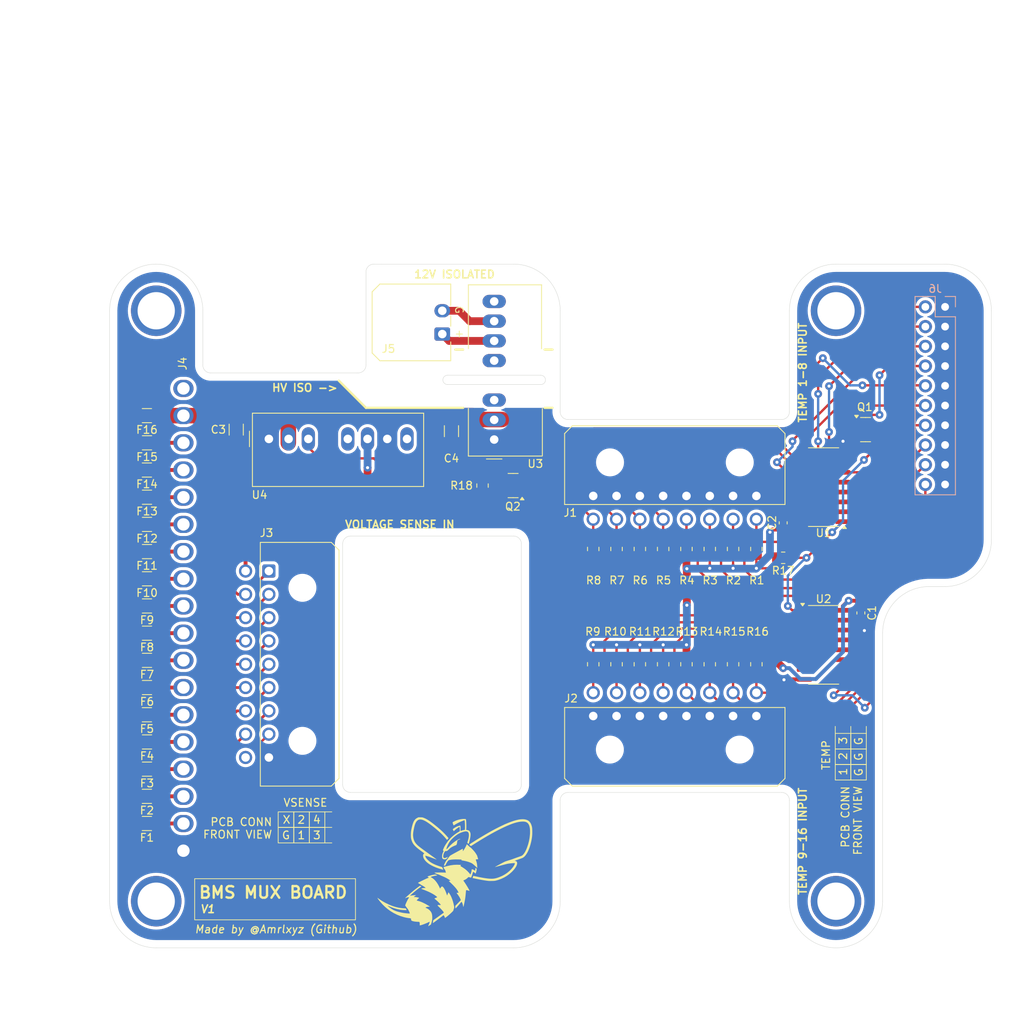
<source format=kicad_pcb>
(kicad_pcb (version 20240108) (generator "pcbnew") (generator_version "8.0")
  (layers (0 "F.Cu" signal) (31 "B.Cu" signal) (34 "B.Paste" user) (35 "F.Paste" user) (36 "B.SilkS" user "B.Silkscreen") (37 "F.SilkS" user "F.Silkscreen") (38 "B.Mask" user) (39 "F.Mask" user) (44 "Edge.Cuts" user))
  (net 0 "")
  (net 1 "GND")
  (net 2 "+3V3")
  (net 3 "+V_BAT")
  (net 4 "/BATT_16")
  (net 5 "Net-(J4-Pin_16)")
  (net 6 "/BATT_15")
  (net 7 "Net-(J4-Pin_15)")
  (net 8 "/BATT_14")
  (net 9 "Net-(J4-Pin_14)")
  (net 10 "/BATT_13")
  (net 11 "Net-(J4-Pin_13)")
  (net 12 "/BATT_12")
  (net 13 "/BATT_11")
  (net 14 "Net-(J4-Pin_12)")
  (net 15 "Net-(J4-Pin_11)")
  (net 16 "/BATT_10")
  (net 17 "Net-(J4-Pin_10)")
  (net 18 "/BATT_9")
  (net 19 "Net-(J4-Pin_9)")
  (net 20 "/BATT_8")
  (net 21 "Net-(J4-Pin_8)")
  (net 22 "/BATT_7")
  (net 23 "Net-(J4-Pin_7)")
  (net 24 "/BATT_6")
  (net 25 "Net-(J4-Pin_6)")
  (net 26 "/BATT_5")
  (net 27 "Net-(J4-Pin_5)")
  (net 28 "/BATT_4")
  (net 29 "/BATT_3")
  (net 30 "Net-(J4-Pin_4)")
  (net 31 "/BATT_2")
  (net 32 "Net-(J4-Pin_3)")
  (net 33 "Net-(J4-Pin_2)")
  (net 34 "/BATT_1")
  (net 35 "/SENS_8")
  (net 36 "/SENS_7")
  (net 37 "/SENS_6")
  (net 38 "/SENS_3")
  (net 39 "/SENS_5")
  (net 40 "/SENS_1")
  (net 41 "/SENS_4")
  (net 42 "/SENS_2")
  (net 43 "/SENS_14")
  (net 44 "/SENS_16")
  (net 45 "/SENS_12")
  (net 46 "/SENS_13")
  (net 47 "/SENS_15")
  (net 48 "/SENS_11")
  (net 49 "/SENS_9")
  (net 50 "/SENS_10")
  (net 51 "/GND_ISO")
  (net 52 "/+12V_ISO")
  (net 53 "/GPIO3_ADC")
  (net 54 "/GPIO9_ADC")
  (net 55 "/GPIO7_ADC")
  (net 56 "/GPIO2_ADC")
  (net 57 "/GPIO8_ADC")
  (net 58 "/GPIO5_EN")
  (net 59 "/GPIO4_SW")
  (net 60 "/GPIO6_ADC")
  (net 61 "/GPIO1_ADC")
  (net 62 "/GPIO10_ADC")
  (net 63 "/MUX_SW")
  (net 64 "/EN_SIG")
  (footprint "Resistor_SMD:R_0805_2012Metric" (layer "F.Cu") (at 132.75 101 90)
    (property "Reference" "R11")
    (property "Value" "680R")
  )
  (footprint "Capacitor_SMD:C_1206_3216Metric_Pad1.33x1.80mm_HandSolder" (layer "F.Cu") (at 108.5 71 -90)
    (property "Reference" "C4")
    (property "Value" "2.2u")
  )
  (footprint "Fuse:Fuse_1206_3216Metric_Pad1.42x1.75mm_HandSolder" (layer "F.Cu") (at 69.3 69 180)
    (property "Reference" "F16")
    (property "Value" "Fuse")
  )
  (footprint "Fuse:Fuse_1206_3216Metric_Pad1.42x1.75mm_HandSolder" (layer "F.Cu") (at 69.3125 83 180)
    (property "Reference" "F12")
    (property "Value" "Fuse")
  )
  (footprint "Fuse:Fuse_1206_3216Metric_Pad1.42x1.75mm_HandSolder" (layer "F.Cu") (at 69.3 118 180)
    (property "Reference" "F2")
    (property "Value" "Fuse")
  )
  (footprint "BMS-Mux-footprints:Mounting_Hole" (layer "F.Cu") (at 70.5 131.5)
    (property "Reference" "H4" (hide yes))
    (property "Value" "MountingHole_Pad")
  )
  (footprint "Fuse:Fuse_1206_3216Metric_Pad1.42x1.75mm_HandSolder" (layer "F.Cu") (at 69.3125 114.5 180)
    (property "Reference" "F3")
    (property "Value" "Fuse")
  )
  (footprint "BMS-Mux-footprints:Mounting_Hole" (layer "F.Cu") (at 158 55.5)
    (property "Reference" "H1" (hide yes))
    (property "Value" "MountingHole_Pad")
  )
  (footprint "Resistor_SMD:R_0805_2012Metric" (layer "F.Cu") (at 151.2 87.3 180)
    (property "Reference" "R17")
    (property "Value" "16k")
  )
  (footprint "BMS-Mux-footprints:Molex_Micro-Fit_3.0_43650-0200_1x02_P3.00mm_Horizontal" (layer "F.Cu") (at 107.32 58.5 90)
    (property "Reference" "J5")
    (property "Value" "Conn_01x02")
  )
  (footprint "Resistor_SMD:R_0805_2012Metric" (layer "F.Cu") (at 132.75 86.1625 -90)
    (property "Reference" "R6")
    (property "Value" "680R")
  )
  (footprint "Resistor_SMD:R_0805_2012Metric" (layer "F.Cu") (at 138.75 101 90)
    (property "Reference" "R13")
    (property "Value" "680R")
  )
  (footprint "Fuse:Fuse_1206_3216Metric_Pad1.42x1.75mm_HandSolder" (layer "F.Cu") (at 69.3125 111 180)
    (property "Reference" "F4")
    (property "Value" "Fuse")
  )
  (footprint "Converter_DCDC:Converter_DCDC_TRACO_TMR-xxxx_THT" (layer "F.Cu") (at 85 72)
    (property "Reference" "U4")
    (property "Value" "TEC2-4810WI")
  )
  (footprint "Fuse:Fuse_1206_3216Metric_Pad1.42x1.75mm_HandSolder" (layer "F.Cu") (at 69.3125 86.5 180)
    (property "Reference" "F11")
    (property "Value" "Fuse")
  )
  (footprint "Fuse:Fuse_1206_3216Metric_Pad1.42x1.75mm_HandSolder" (layer "F.Cu") (at 69.3125 72.5 180)
    (property "Reference" "F15")
    (property "Value" "Fuse")
  )
  (footprint "Fuse:Fuse_1206_3216Metric_Pad1.42x1.75mm_HandSolder" (layer "F.Cu") (at 69.3 76 180)
    (property "Reference" "F14")
    (property "Value" "Fuse")
  )
  (footprint "Package_TO_SOT_SMD:SOT-23" (layer "F.Cu") (at 116.4375 78 180)
    (property "Reference" "Q2")
    (property "Value" "BSS123")
  )
  (footprint "Fuse:Fuse_1206_3216Metric_Pad1.42x1.75mm_HandSolder" (layer "F.Cu") (at 69.3125 93.5 180)
    (property "Reference" "F9")
    (property "Value" "Fuse")
  )
  (footprint "Resistor_SMD:R_0805_2012Metric" (layer "F.Cu") (at 126.75 86.1625 -90)
    (property "Reference" "R8")
    (property "Value" "680R")
  )
  (footprint "Resistor_SMD:R_0805_2012Metric" (layer "F.Cu") (at 147.75 86.1625 -90)
    (property "Reference" "R1")
    (property "Value" "680R")
  )
  (footprint "BMS-Mux-footprints:Molex_Micro-Fit_3.0_43045-1600_2x08_P3.00mm_Horizontal" (layer "F.Cu") (at 147.75 107.665 180)
    (property "Reference" "J2")
    (property "Value" "Conn_02x08_Counter_Clockwise")
  )
  (footprint "Package_TO_SOT_SMD:SOT-23" (layer "F.Cu") (at 161.8 70.8)
    (property "Reference" "Q1")
    (property "Value" "BSS123")
  )
  (footprint "Resistor_SMD:R_0805_2012Metric" (layer "F.Cu") (at 112.5 78 90)
    (property "Reference" "R18")
    (property "Value" "16k")
  )
  (footprint "Converter_DCDC:Converter_DCDC_TRACO_TMR-xxxx_THT" (layer "F.Cu") (at 114 72.08 90)
    (property "Reference" "U3")
    (property "Value" "TEC2-4812WI")
  )
  (footprint "Capacitor_SMD:C_1206_3216Metric_Pad1.33x1.80mm_HandSolder" (layer "F.Cu") (at 80.8 70.8 -90)
    (property "Reference" "C3")
    (property "Value" "2.2u")
  )
  (footprint "Connector_Wago:Wago_734-148_1x18_P3.50mm_Vertical" (layer "F.Cu") (at 74 125 90)
    (property "Reference" "J4")
    (property "Value" "Conn_01x18")
  )
  (footprint "Resistor_SMD:R_0805_2012Metric" (layer "F.Cu") (at 129.75 86.1625 -90)
    (property "Reference" "R7")
    (property "Value" "680R")
  )
  (footprint "BMS-Mux-footprints:Molex_Micro-Fit_3.0_43045-1600_2x08_P3.00mm_Horizontal" (layer "F.Cu") (at 126.75 79.335)
    (property "Reference" "J1")
    (property "Value" "Conn_02x08_Counter_Clockwise")
  )
  (footprint "Package_SO:SOIC-16_3.9x9.9mm_P1.27mm" (layer "F.Cu") (at 156.4 98.5)
    (property "Reference" "U2")
    (property "Value" "74CBTLV3257")
  )
  (footprint "Resistor_SMD:R_0805_2012Metric" (layer "F.Cu") (at 126.75 101 90)
    (property "Reference" "R9")
    (property "Value" "680R")
  )
  (footprint "Resistor_SMD:R_0805_2012Metric" (layer "F.Cu") (at 144.75 86.1625 -90)
    (property "Reference" "R2")
    (property "Value" "680R")
  )
  (footprint "Capacitor_SMD:C_0603_1608Metric_Pad1.08x0.95mm_HandSolder" (layer "F.Cu") (at 161.2 94.4 -90)
    (property "Reference" "C1")
    (property "Value" "100n")
  )
  (footprint "Resistor_SMD:R_0805_2012Metric" (layer "F.Cu") (at 144.75 101 90)
    (property "Reference" "R15")
    (property "Value" "680R")
  )
  (footprint "Fuse:Fuse_1206_3216Metric_Pad1.42x1.75mm_HandSolder" (layer "F.Cu") (at 69.3125 79.5 180)
    (property "Reference" "F13")
    (property "Value" "Fuse")
  )
  (footprint "BMS-Mux-footprints:Mounting_Hole" (layer "F.Cu") (at 158 131.5)
    (property "Reference" "H3" (hide yes))
    (property "Value" "MountingHole_Pad")
  )
  (footprint "Resistor_SMD:R_0805_2012Metric" (layer "F.Cu") (at 147.75 101 90)
    (property "Reference" "R16")
    (property "Value" "680R")
  )
  (footprint "BMS-Mux-footprints:Molex_Micro-Fit_3.0_43045-1800_2x09_P3.00mm_Horizontal" (layer "F.Cu") (at 85 89 -90)
    (property "Reference" "J3")
    (property "Value" "Conn_02x09_Top_Bottom")
  )
  (footprint "Resistor_SMD:R_0805_2012Metric" (layer "F.Cu") (at 141.75 101 90)
    (property "Reference" "R14")
    (property "Value" "680R")
  )
  (footprint "Resistor_SMD:R_0805_2012Metric" (layer "F.Cu") (at 141.75 86.1625 -90)
    (property "Reference" "R3")
    (property "Value" "680R")
  )
  (footprint "Fuse:Fuse_1206_3216Metric_Pad1.42x1.75mm_HandSolder" (layer "F.Cu") (at 69.3125 97 180)
    (property "Reference" "F8")
    (property "Value" "Fuse")
  )
  (footprint "Package_SO:SOIC-16_3.9x9.9mm_P1.27mm" (layer "F.Cu") (at 156.4 78.2 180)
    (property "Reference" "U1")
    (property "Value" "74CBTLV3257")
  )
  (footprint "Resistor_SMD:R_0805_2012Metric" (layer "F.Cu") (at 129.75 101 90)
    (property "Reference" "R10")
    (property "Value" "680R")
  )
  (footprint "Resistor_SMD:R_0805_2012Metric" (layer "F.Cu") (at 138.75 86.1625 -90)
    (property "Reference" "R4")
    (property "Value" "680R")
  )
  (footprint "Resistor_SMD:R_0805_2012Metric" (layer "F.Cu") (at 135.75 101 90)
    (property "Reference" "R12")
    (property "Value" "680R")
  )
  (footprint "Fuse:Fuse_1206_3216Metric_Pad1.42x1.75mm_HandSolder" (layer "F.Cu") (at 69.3 121.5 180)
    (property "Reference" "F1")
    (property "Value" "Fuse")
  )
  (footprint "Capacitor_SMD:C_0603_1608Metric_Pad1.08x0.95mm_HandSolder" (layer "F.Cu") (at 151.2 82.8 90)
    (property "Reference" "C2")
    (property "Value" "100n")
  )
  (footprint "BMS-Mux-footprints:Mounting_Hole" (layer "F.Cu") (at 70.5 55.5)
    (property "Reference" "H2" (hide yes))
    (property "Value" "MountingHole_Pad")
  )
  (footprint "Fuse:Fuse_1206_3216Metric_Pad1.42x1.75mm_HandSolder" (layer "F.Cu") (at 69.3125 100.5 180)
    (property "Reference" "F7")
    (property "Value" "Fuse")
  )
  (footprint "Fuse:Fuse_1206_3216Metric_Pad1.42x1.75mm_HandSolder" (layer "F.Cu") (at 69.3125 90 180)
    (property "Reference" "F10")
    (property "Value" "Fuse")
  )
  (footprint "LOGO" (layer "F.Cu") (at 108.9 127.7)
    (property "Reference" "G***" (hide yes))
    (property "Value" "LOGO" (hide yes))
  )
  (footprint "Fuse:Fuse_1206_3216Metric_Pad1.42x1.75mm_HandSolder" (layer "F.Cu") (at 69.3 107.5 180)
    (property "Reference" "F5")
    (property "Value" "Fuse")
  )
  (footprint "Resistor_SMD:R_0805_2012Metric" (layer "F.Cu") (at 135.75 86.1625 -90)
    (property "Reference" "R5")
    (property "Value" "680R")
  )
  (footprint "Fuse:Fuse_1206_3216Metric_Pad1.42x1.75mm_HandSolder" (layer "F.Cu") (at 69.3125 104 180)
    (property "Reference" "F6")
    (property "Value" "Fuse")
  )
  (footprint "Connector_PinHeader_2.54mm:PinHeader_2x10_P2.54mm_Vertical" (layer "B.Cu") (at 172.04 55 180)
    (property "Reference" "J6")
    (property "Value" "Conn_02x10_Odd_Even")
  )
  (gr_line (start 161.9 109.9) (end 161.9 109) (stroke (width 0.1)) (layer "F.SilkS"))
  (gr_line (start 159.9 109.9) (end 159.9 109) (stroke (width 0.1)) (layer "F.SilkS"))
  (gr_rect (start 157.9 113.9) (end 159.9 115.9) (stroke (width 0.1)) (fill none) (layer "F.SilkS"))
  (gr_rect (start 90.2 120) (end 92.2 122) (stroke (width 0.1)) (fill none) (layer "F.SilkS"))
  (gr_line (start 157.9 109.9) (end 157.9 109) (stroke (width 0.1)) (layer "F.SilkS"))
  (gr_rect (start 75.45 128.6) (end 96.15 133.9) (stroke (width 0.1)) (fill none) (layer "F.SilkS"))
  (gr_line (start 120.5 60.5) (end 121.5 60.5) (stroke (width 0.3)) (layer "F.SilkS"))
  (gr_line (start 94 64.5) (end 97.5 68) (stroke (width 0.3)) (layer "F.SilkS"))
  (gr_rect (start 159.9 111.9) (end 161.9 113.9) (stroke (width 0.1)) (fill none) (layer "F.SilkS"))
  (gr_line (start 92.2 124) (end 93.1 124) (stroke (width 0.1)) (layer "F.SilkS"))
  (gr_rect (start 159.9 113.9) (end 161.9 115.9) (stroke (width 0.1)) (fill none) (layer "F.SilkS"))
  (gr_line (start 97.5 68) (end 110 68) (stroke (width 0.3)) (layer "F.SilkS"))
  (gr_rect (start 86.2 122) (end 88.2 124) (stroke (width 0.1)) (fill none) (layer "F.SilkS"))
  (gr_rect (start 90.2 122) (end 92.2 124) (stroke (width 0.1)) (fill none) (layer "F.SilkS"))
  (gr_rect (start 88.2 122) (end 90.2 124) (stroke (width 0.1)) (fill none) (layer "F.SilkS"))
  (gr_rect (start 157.9 109.9) (end 159.9 111.9) (stroke (width 0.1)) (fill none) (layer "F.SilkS"))
  (gr_line (start 92.2 122) (end 93.1 122) (stroke (width 0.1)) (layer "F.SilkS"))
  (gr_rect (start 157.9 111.9) (end 159.9 113.9) (stroke (width 0.1)) (fill none) (layer "F.SilkS"))
  (gr_rect (start 88.2 120) (end 90.2 122) (stroke (width 0.1)) (fill none) (layer "F.SilkS"))
  (gr_rect (start 86.2 120) (end 88.2 122) (stroke (width 0.1)) (fill none) (layer "F.SilkS"))
  (gr_line (start 109 60.5) (end 110 60.5) (stroke (width 0.3)) (layer "F.SilkS"))
  (gr_line (start 92.2 120) (end 93.1 120) (stroke (width 0.1)) (layer "F.SilkS"))
  (gr_line (start 120.5 68) (end 121.5 68) (stroke (width 0.3)) (layer "F.SilkS"))
  (gr_rect (start 159.9 109.9) (end 161.9 111.9) (stroke (width 0.1)) (fill none) (layer "F.SilkS"))
  (gr_arc (start 120 63.8) (mid 120.6 64.4) (end 120 65) (stroke (width 0.05)) (layer "Edge.Cuts"))
  (gr_arc (start 77.5 63.5) (mid 76.792893 63.207107) (end 76.5 62.5) (stroke (width 0.05)) (layer "Edge.Cuts"))
  (gr_line (start 108 65) (end 120 65) (stroke (width 0.05)) (layer "Edge.Cuts"))
  (gr_line (start 117.5 85.5) (end 117.5 116.5) (stroke (width 0.05)) (layer "Edge.Cuts"))
  (gr_arc (start 70.5 137.5) (mid 66.257359 135.742641) (end 64.5 131.5) (stroke (width 0.05)) (layer "Edge.Cuts"))
  (gr_arc (start 95.5 117.5) (mid 94.792893 117.207107) (end 94.5 116.5) (stroke (width 0.05)) (layer "Edge.Cuts"))
  (gr_arc (start 164 131.5) (mid 158 137.5) (end 152 131.5) (stroke (width 0.05)) (layer "Edge.Cuts"))
  (gr_arc (start 122.5 131.5) (mid 120.742641 135.742641) (end 116.5 137.5) (stroke (width 0.05)) (layer "Edge.Cuts"))
  (gr_arc (start 178 85) (mid 176.242641 89.242641) (end 172 91) (stroke (width 0.05)) (layer "Edge.Cuts"))
  (gr_arc (start 122.5 118.5) (mid 122.792893 117.792893) (end 123.5 117.5) (stroke (width 0.05)) (layer "Edge.Cuts"))
  (gr_line (start 64.5 55.5) (end 64.5 131.5) (stroke (width 0.05)) (layer "Edge.Cuts"))
  (gr_line (start 172 49.5) (end 158 49.5) (stroke (width 0.05)) (layer "Edge.Cuts"))
  (gr_arc (start 70.5 49.5) (mid 74.742641 51.257359) (end 76.5 55.5) (stroke (width 0.05)) (layer "Edge.Cuts"))
  (gr_arc (start 97.5 62.5) (mid 97.207107 63.207107) (end 96.5 63.5) (stroke (width 0.05)) (layer "Edge.Cuts"))
  (gr_arc (start 152 68.5) (mid 151.707107 69.207107) (end 151 69.5) (stroke (width 0.05)) (layer "Edge.Cuts"))
  (gr_line (start 116.5 117.5) (end 95.5 117.5) (stroke (width 0.05)) (layer "Edge.Cuts"))
  (gr_line (start 151 117.5) (end 123.5 117.5) (stroke (width 0.05)) (layer "Edge.Cuts"))
  (gr_arc (start 123.5 69.5) (mid 122.792893 69.207107) (end 122.5 68.5) (stroke (width 0.05)) (layer "Edge.Cuts"))
  (gr_line (start 94.5 116.5) (end 94.5 85.5) (stroke (width 0.05)) (layer "Edge.Cuts"))
  (gr_arc (start 108 65) (mid 107.4 64.4) (end 108 63.8) (stroke (width 0.05)) (layer "Edge.Cuts"))
  (gr_arc (start 172 49.5) (mid 176.242641 51.257359) (end 178 55.5) (stroke (width 0.05)) (layer "Edge.Cuts"))
  (gr_line (start 95.5 84.5) (end 116.5 84.5) (stroke (width 0.05)) (layer "Edge.Cuts"))
  (gr_line (start 116.5 49.5) (end 99.5 49.5) (stroke (width 0.05)) (layer "Edge.Cuts"))
  (gr_arc (start 116.5 49.5) (mid 120.742641 51.257359) (end 122.5 55.5) (stroke (width 0.05)) (layer "Edge.Cuts"))
  (gr_line (start 70.5 137.5) (end 116.5 137.5) (stroke (width 0.05)) (layer "Edge.Cuts"))
  (gr_arc (start 64.5 55.5) (mid 66.257359 51.257359) (end 70.5 49.5) (stroke (width 0.05)) (layer "Edge.Cuts"))
  (gr_line (start 77.5 63.5) (end 96.5 63.5) (stroke (width 0.05)) (layer "Edge.Cuts"))
  (gr_arc (start 117.5 116.5) (mid 117.207107 117.207107) (end 116.5 117.5) (stroke (width 0.05)) (layer "Edge.Cuts"))
  (gr_line (start 122.5 68.5) (end 122.5 55.5) (stroke (width 0.05)) (layer "Edge.Cuts"))
  (gr_line (start 152 131.5) (end 152 118.5) (stroke (width 0.05)) (layer "Edge.Cuts"))
  (gr_arc (start 152 55.5) (mid 153.757359 51.257359) (end 158 49.5) (stroke (width 0.05)) (layer "Edge.Cuts"))
  (gr_arc (start 97.5 50.5) (mid 97.792893 49.792893) (end 98.5 49.5) (stroke (width 0.05)) (layer "Edge.Cuts"))
  (gr_line (start 76.5 55.5) (end 76.5 62.5) (stroke (width 0.05)) (layer "Edge.Cuts"))
  (gr_line (start 122.5 131.5) (end 122.5 118.5) (stroke (width 0.05)) (layer "Edge.Cuts"))
  (gr_line (start 178 85) (end 178 55.5) (stroke (width 0.05)) (layer "Edge.Cuts"))
  (gr_line (start 151 69.5) (end 123.5 69.5) (stroke (width 0.05)) (layer "Edge.Cuts"))
  (gr_line (start 164 131.5) (end 164 97) (stroke (width 0.05)) (layer "Edge.Cuts"))
  (gr_arc (start 94.5 85.5) (mid 94.792893 84.792893) (end 95.5 84.5) (stroke (width 0.05)) (layer "Edge.Cuts"))
  (gr_line (start 170 91) (end 172 91) (stroke (width 0.05)) (layer "Edge.Cuts"))
  (gr_line (start 98.5 49.5) (end 99.5 49.5) (stroke (width 0.05)) (layer "Edge.Cuts"))
  (gr_line (start 97.5 62.5) (end 97.5 50.5) (stroke (width 0.05)) (layer "Edge.Cuts"))
  (gr_line (start 120 63.8) (end 108 63.8) (stroke (width 0.05)) (layer "Edge.Cuts"))
  (gr_line (start 152 55.5) (end 152 68.5) (stroke (width 0.05)) (layer "Edge.Cuts"))
  (gr_arc (start 151 117.5) (mid 151.707107 117.792893) (end 152 118.5) (stroke (width 0.05)) (layer "Edge.Cuts"))
  (gr_arc (start 164 97) (mid 165.757359 92.757359) (end 170 91) (stroke (width 0.05)) (layer "Edge.Cuts"))
  (gr_arc (start 116.5 84.5) (mid 117.207107 84.792893) (end 117.5 85.5) (stroke (width 0.05)) (layer "Edge.Cuts"))
  (gr_text "G" (at 161.5 115.5 90) (layer "F.SilkS") (effects (font (size 1 1) (thickness 0.15) (bold yes)) (justify left bottom)))
  (gr_text "BMS MUX BOARD" (at 75.85 131.25 0) (layer "F.SilkS") (effects (font (size 1.5 1.5) (thickness 0.3)) (justify left bottom)))
  (gr_text "X" (at 86.7 121.6 0) (layer "F.SilkS") (effects (font (size 1 1) (thickness 0.15) (bold yes)) (justify left bottom)))
  (gr_text "VOLTAGE SENSE IN" (at 94.7 83.6 0) (layer "F.SilkS") (effects (font (size 1 1) (thickness 0.2) (bold yes)) (justify left bottom)))
  (gr_text "TEMP 9-16 INPUT" (at 154.3 130.8 90) (layer "F.SilkS") (effects (font (size 1 1) (thickness 0.2) (bold yes)) (justify left bottom)))
  (gr_text "VSENSE" (at 86.8 119.4 0) (layer "F.SilkS") (effects (font (size 1 1) (thickness 0.15) (bold yes)) (justify left bottom)))
  (gr_text "Made by @Amrlxyz (Github)" (at 75.4 135.7 0) (layer "F.SilkS") (effects (font (size 1 1) (thickness 0.15) (bold yes) (italic yes)) (justify left bottom)))
  (gr_text "+" (at 109 57.8 270) (layer "F.SilkS") (effects (font (size 1 1) (thickness 0.125)) (justify left bottom)))
  (gr_text "3" (at 90.6 123.6 0) (layer "F.SilkS") (effects (font (size 1 1) (thickness 0.15) (bold yes)) (justify left bottom)))
  (gr_text "TEMP 1-8 INPUT" (at 154.3 70 90) (layer "F.SilkS") (effects (font (size 1 1) (thickness 0.2) (bold yes)) (justify left bottom)))
  (gr_text "PCB CONN\nFRONT VIEW" (at 85.5 123.5 0) (layer "F.SilkS") (effects (font (size 1 1) (thickness 0.15) (bold yes)) (justify right bottom)))
  (gr_text "12V ISOLATED" (at 103.6 51.4 0) (layer "F.SilkS") (effects (font (size 1 1) (thickness 0.2) (bold yes)) (justify left bottom)))
  (gr_text "TEMP" (at 157.3 114.7 90) (layer "F.SilkS") (effects (font (size 1 1) (thickness 0.15) (bold yes)) (justify left bottom)))
  (gr_text "G" (at 161.5 111.5 90) (layer "F.SilkS") (effects (font (size 1 1) (thickness 0.15) (bold yes)) (justify left bottom)))
  (gr_text "1" (at 88.6 123.6 0) (layer "F.SilkS") (effects (font (size 1 1) (thickness 0.15) (bold yes)) (justify left bottom)))
  (gr_text "HV ISO ->" (at 85.3 66 0) (layer "F.SilkS") (effects (font (size 1 1) (thickness 0.2) (bold yes)) (justify left bottom)))
  (gr_text "4" (at 90.6 121.6 0) (layer "F.SilkS") (effects (font (size 1 1) (thickness 0.15) (bold yes)) (justify left bottom)))
  (gr_text "G" (at 86.6 123.6 0) (layer "F.SilkS") (effects (font (size 1 1) (thickness 0.15) (bold yes)) (justify left bottom)))
  (gr_text "PCB CONN\nFRONT VIEW" (at 161.4 116.6 90) (layer "F.SilkS") (effects (font (size 1 1) (thickness 0.15) (bold yes)) (justify right bottom)))
  (gr_text "3" (at 159.5 111.4 90) (layer "F.SilkS") (effects (font (size 1 1) (thickness 0.15) (bold yes)) (justify left bottom)))
  (gr_text "2" (at 88.6 121.6 0) (layer "F.SilkS") (effects (font (size 1 1) (thickness 0.15) (bold yes)) (justify left bottom)))
  (gr_text "G" (at 108.9 54.8 270) (layer "F.SilkS") (effects (font (size 1 1) (thickness 0.125)) (justify left bottom)))
  (gr_text "V1" (at 76.1 133.1 0) (layer "F.SilkS") (effects (font (size 1 1) (thickness 0.2) (bold yes) (italic yes)) (justify left bottom)))
  (gr_text "2" (at 159.5 113.4 90) (layer "F.SilkS") (effects (font (size 1 1) (thickness 0.15) (bold yes)) (justify left bottom)))
  (gr_text "1" (at 159.5 115.4 90) (layer "F.SilkS") (effects (font (size 1 1) (thickness 0.15) (bold yes)) (justify left bottom)))
  (gr_text "G" (at 161.5 113.5 90) (layer "F.SilkS") (effects (font (size 1 1) (thickness 0.15) (bold yes)) (justify left bottom)))
  (segment (start 114 72.08) (end 108.9825 72.08) (width 1) (layer "F.Cu") (net 1))
  (segment (start 147.75 79.335) (end 147.75 79.35) (width 0.35) (layer "F.Cu") (net 1))
  (segment (start 114 73.675) (end 117.375 77.05) (width 1) (layer "F.Cu") (net 1))
  (segment (start 158.875 95.325) (end 161.1375 95.325) (width 0.5) (layer "F.Cu") (net 1))
  (segment (start 159.45 71.75) (end 158.9 72.3) (width 0.5) (layer "F.Cu") (net 1))
  (segment (start 114 72.08) (end 114 73.675) (width 1) (layer "F.Cu") (net 1))
  (segment (start 158.9 72.3) (end 158.9 73.73) (width 0.5) (layer "F.Cu") (net 1))
  (segment (start 151.355 102.945) (end 151.3 103) (width 0.5) (layer "F.Cu") (net 1))
  (segment (start 161.2 95.2625) (end 161.2 96.215077) (width 0.5) (layer "F.Cu") (net 1))
  (segment (start 161.2 96.215077) (end 161.65 96.665077) (width 0.5) (layer "F.Cu") (net 1))
  (segment (start 160.8625 71.75) (end 159.45 71.75) (width 0.5) (layer "F.Cu") (net 1))
  (segment (start 158.9 73.73) (end 158.875 73.755) (width 0.5) (layer "F.Cu") (net 1))
  (segment (start 161.1375 95.325) (end 161.2 95.2625) (width 0.5) (layer "F.Cu") (net 1))
  (segment (start 151.2 81.9375) (end 150.3525 81.9375) (width 0.5) (layer "F.Cu") (net 1))
  (segment (start 153.925 102.945) (end 151.355 102.945) (width 0.5) (layer "F.Cu") (net 1))
  (segment (start 151.7625 81.375) (end 153.925 81.375) (width 0.5) (layer "F.Cu") (net 1))
  (segment (start 108.9825 72.08) (end 108.5 72.5625) (width 1) (layer "F.Cu") (net 1))
  (segment (start 150.3525 81.9375) (end 147.75 79.335) (width 0.5) (layer "F.Cu") (net 1))
  (segment (start 151.2 81.9375) (end 151.7625 81.375) (width 0.5) (layer "F.Cu") (net 1))
  (via (at 151.3 103) (size 1) (drill 0.4) (layers "F.Cu" "B.Cu") (net 1))
  (via (at 161.65 96.665077) (size 1) (drill 0.4) (layers "F.Cu" "B.Cu") (net 1))
  (via (at 158.9 72.3) (size 1) (drill 0.4) (layers "F.Cu" "B.Cu") (net 1))
  (segment (start 151.2 83.6625) (end 151.7375 83.6625) (width 0.5) (layer "F.Cu") (net 2))
  (segment (start 151.7375 83.6625) (end 152.755 82.645) (width 0.5) (layer "F.Cu") (net 2))
  (segment (start 138.75 98.5) (end 138.75 100.0875) (width 1) (layer "F.Cu") (net 2))
  (segment (start 97.7 75.7) (end 97.7 77) (width 1) (layer "F.Cu") (net 2))
  (segment (start 132.75 98.5) (end 132.75 100.0875) (width 0.3) (layer "F.Cu") (net 2))
  (segment (start 144.75 88.65) (end 144.75 87.0625) (width 0.3) (layer "F.Cu") (net 2))
  (segment (start 161.2 93.5375) (end 161.2 93.5) (width 0.5) (layer "F.Cu") (net 2))
  (segment (start 135.75 98.5) (end 135.75 100.0875) (width 0.3) (layer "F.Cu") (net 2))
  (segment (start 129.75 98.5) (end 129.75 100.0875) (width 0.3) (layer "F.Cu") (net 2))
  (segment (start 141.75 88.65) (end 141.75 87.0625) (width 0.3) (layer "F.Cu") (net 2))
  (segment (start 149.8375 83.6625) (end 149.5 84) (width 0.5) (layer "F.Cu") (net 2))
  (segment (start 138.75 100.0875) (end 147.75 100.0875) (width 1) (layer "F.Cu") (net 2))
  (segment (start 147.75 88.65) (end 147.75 87.0625) (width 0.3) (layer "F.Cu") (net 2))
  (segment (start 126.75 98.5) (end 126.75 100.0875) (width 0.3) (layer "F.Cu") (net 2))
  (segment (start 149.7875 100.0875) (end 147.75 100.0875) (width 1) (layer "F.Cu") (net 2))
  (segment (start 123.875 87.075) (end 138.75 87.075) (width 1) (layer "F.Cu") (net 2))
  (segment (start 151.2 83.6625) (end 149.8375 83.6625) (width 0.5) (layer "F.Cu") (net 2))
  (segment (start 138.75 88.65) (end 138.8 88.7) (width 1) (layer "F.Cu") (net 2))
  (segment (start 138.75 87.075) (end 138.75 88.65) (width 1) (layer "F.Cu") (net 2))
  (segment (start 151.2 101.5) (end 149.7875 100.0875) (width 1) (layer "F.Cu") (net 2))
  (segment (start 102.1 81.4) (end 118.2 81.4) (width 1) (layer "F.Cu") (net 2))
  (segment (start 160.52291 92.82291) (end 159.62291 92.82291) (width 0.5) (layer "F.Cu") (net 2))
  (segment (start 161.2 93.5) (end 160.52291 92.82291) (width 0.5) (layer "F.Cu") (net 2))
  (segment (start 159.57709 92.82291) (end 158.875 93.525) (width 0.5) (layer "F.Cu") (net 2))
  (segment (start 147.75 88.65) (end 149.25 88.65) (width 0.3) (layer "F.Cu") (net 2))
  (segment (start 152.755 82.645) (end 153.925 82.645) (width 0.5) (layer "F.Cu") (net 2))
  (segment (start 149.25 88.65) (end 150.2875 87.6125) (width 0.3) (layer "F.Cu") (net 2))
  (segment (start 118.2 81.4) (end 123.875 87.075) (width 1) (layer "F.Cu") (net 2))
  (segment (start 138.8 88.7) (end 138.8 93.4) (width 1) (layer "F.Cu") (net 2))
  (segment (start 159.62291 92.82291) (end 159.57709 92.82291) (width 0.5) (layer "F.Cu") (net 2))
  (segment (start 158.875 93.525) (end 158.875 94.055) (width 0.5) (layer "F.Cu") (net 2))
  (segment (start 150.2875 87.6125) (end 150.2875 87.3) (width 0.3) (layer "F.Cu") (net 2))
  (segment (start 97.7 77) (end 102.1 81.4) (width 1) (layer "F.Cu") (net 2))
  (via (at 126.75 98.5) (size 1) (drill 0.4) (layers "F.Cu" "B.Cu") (net 2))
  (via (at 151.2 101.5) (size 1) (drill 0.4) (layers "F.Cu" "B.Cu") (net 2))
  (via (at 149.5 84) (size 1) (drill 0.4) (layers "F.Cu" "B.Cu") (net 2))
  (via (at 97.7 75.7) (size 1) (drill 0.4) (layers "F.Cu" "B.Cu") (net 2))
  (via (at 141.75 88.65) (size 1) (drill 0.4) (layers "F.Cu" "B.Cu") (net 2))
  (via (at 138.8 93.4) (size 1) (drill 0.4) (layers "F.Cu" "B.Cu") (net 2))
  (via (at 138.8 88.7) (size 1) (drill 0.4) (layers "F.Cu" "B.Cu") (net 2))
  (via (at 144.75 88.65) (size 1) (drill 0.4) (layers "F.Cu" "B.Cu") (net 2))
  (via (at 138.75 98.5) (size 1) (drill 0.4) (layers "F.Cu" "B.Cu") (net 2))
  (via (at 147.75 88.65) (size 1) (drill 0.4) (layers "F.Cu" "B.Cu") (net 2))
  (via (at 129.75 98.5) (size 1) (drill 0.4) (layers "F.Cu" "B.Cu") (net 2))
  (via (at 159.62291 92.82291) (size 1) (drill 0.4) (layers "F.Cu" "B.Cu") (net 2))
  (via (at 135.75 98.5) (size 1) (drill 0.4) (layers "F.Cu" "B.Cu") (net 2))
  (via (at 132.75 98.5) (size 1) (drill 0.4) (layers "F.Cu" "B.Cu") (net 2))
  (segment (start 149.5 84) (end 149.5 86.9) (width 1) (layer "B.Cu") (net 2))
  (segment (start 138.75 98.5) (end 126.75 98.5) (width 1) (layer "B.Cu") (net 2))
  (segment (start 155.4 102.9) (end 158.9 99.4) (width 0.5) (layer "B.Cu") (net 2))
  (segment (start 153.4 102.9) (end 155.4 102.9) (width 0.5) (layer "B.Cu") (net 2))
  (segment (start 151.2 101.5) (end 152 101.5) (width 0.5) (layer "B.Cu") (net 2))
  (segment (start 138.7 98.45) (end 138.75 98.5) (width 1) (layer "B.Cu") (net 2))
  (segment (start 158.9 99.4) (end 158.9 93.54582) (width 0.5) (layer "B.Cu") (net 2))
  (segment (start 138.8 98.45) (end 138.75 98.5) (width 1) (layer "B.Cu") (net 2))
  (segment (start 138.8 93.4) (end 138.8 98.45) (width 1) (layer "B.Cu") (net 2))
  (segment (start 147.7 88.7) (end 147.75 88.65) (width 1) (layer "B.Cu") (net 2))
  (segment (start 152 101.5) (end 153.4 102.9) (width 0.5) (layer "B.Cu") (net 2))
  (segment (start 149.5 86.9) (end 147.75 88.65) (width 1) (layer "B.Cu") (net 2))
  (segment (start 138.8 88.7) (end 147.7 88.7) (width 1) (layer "B.Cu") (net 2))
  (segment (start 158.9 93.54582) (end 159.62291 92.82291) (width 0.5) (layer "B.Cu") (net 2))
  (segment (start 97.7 72) (end 97.7 75.7) (width 1) (layer "B.Cu") (net 2))
  (segment (start 106 71) (end 107.5625 69.4375) (width 0.3) (layer "F.Cu") (net 3))
  (segment (start 112.5 77.0875) (end 109.5875 77.0875) (width 0.3) (layer "F.Cu") (net 3))
  (segment (start 107.5625 69.4375) (end 108.5 69.4375) (width 0.3) (layer "F.Cu") (net 3))
  (segment (start 109.5875 77.0875) (end 106 73.5) (width 0.3) (layer "F.Cu") (net 3))
  (segment (start 106 73.5) (end 106 71) (width 0.3) (layer "F.Cu") (net 3))
  (segment (start 67.5125 69) (end 69.2625 70.75) (width 0.5) (layer "F.Cu") (net 4))
  (segment (start 69.2625 70.75) (end 74.924874 70.75) (width 0.5) (layer "F.Cu") (net 4))
  (segment (start 82 77.825126) (end 82 89) (width 0.5) (layer "F.Cu") (net 4))
  (segment (start 74.924874 70.75) (end 82 77.825126) (width 0.5) (layer "F.Cu") (net 4))
  (segment (start 70.4875 72.5) (end 74 72.5) (width 0.5) (layer "F.Cu") (net 5))
  (segment (start 69.2125 74.2) (end 74.833452 74.2) (width 0.35) (layer "F.Cu") (net 6))
  (segment (start 81.2 90.5) (end 83.5 90.5) (width 0.35) (layer "F.Cu") (net 6))
  (segment (start 83.5 90.5) (end 85 89) (width 0.35) (layer "F.Cu") (net 6))
  (segment (start 67.5125 72.5) (end 69.2125 74.2) (width 0.35) (layer "F.Cu") (net 6))
  (segment (start 74.833452 74.2) (end 80.2 79.566548) (width 0.35) (layer "F.Cu") (net 6))
  (segment (start 80.2 89.5) (end 81.2 90.5) (width 0.35) (layer "F.Cu") (net 6))
  (segment (start 80.2 79.566548) (end 80.2 89.5) (width 0.35) (layer "F.Cu") (net 6))
  (segment (start 70.475 76) (end 74 76) (width 0.5) (layer "F.Cu") (net 7))
  (segment (start 67.5 76) (end 69.2 77.7) (width 0.35) (layer "F.Cu") (net 8))
  (segment (start 69.2 77.7) (end 74.5 77.7) (width 0.35) (layer "F.Cu") (net 8))
  (segment (start 74.5 77.7) (end 74.768808 77.7) (width 0.35) (layer "F.Cu") (net 8))
  (segment (start 79.3 90.3) (end 81 92) (width 0.35) (layer "F.Cu") (net 8))
  (segment (start 74.5 77.7) (end 74.833452 77.7) (width 0.35) (layer "F.Cu") (net 8))
  (segment (start 79.3 82.231192) (end 79.3 90.3) (width 0.35) (layer "F.Cu") (net 8))
  (segment (start 81 92) (end 82 92) (width 0.35) (layer "F.Cu") (net 8))
  (segment (start 74.768808 77.7) (end 79.3 82.231192) (width 0.35) (layer "F.Cu") (net 8))
  (segment (start 70.475 79.5) (end 74 79.5) (width 0.5) (layer "F.Cu") (net 9))
  (segment (start 80.799998 93.5) (end 83.5 93.5) (width 0.35) (layer "F.Cu") (net 10))
  (segment (start 74.833452 81.2) (end 78.5 84.866548) (width 0.35) (layer "F.Cu") (net 10))
  (segment (start 78.5 84.866548) (end 78.5 91.200002) (width 0.35) (layer "F.Cu") (net 10))
  (segment (start 78.5 91.200002) (end 80.799998 93.5) (width 0.35) (layer "F.Cu") (net 10))
  (segment (start 69.2 81.2) (end 74.833452 81.2) (width 0.35) (layer "F.Cu") (net 10))
  (segment (start 83.5 93.5) (end 85 92) (width 0.35) (layer "F.Cu") (net 10))
  (segment (start 67.5 79.5) (end 69.2 81.2) (width 0.35) (layer "F.Cu") (net 10))
  (segment (start 70.4875 83) (end 74 83) (width 0.5) (layer "F.Cu") (net 11))
  (segment (start 77.65 92.15) (end 80.5 95) (width 0.35) (layer "F.Cu") (net 12))
  (segment (start 67.5125 83) (end 69.2125 84.7) (width 0.35) (layer "F.Cu") (net 12))
  (segment (start 80.5 95) (end 82 95) (width 0.35) (layer "F.Cu") (net 12))
  (segment (start 74.833452 84.7) (end 77.65 87.516548) (width 0.35) (layer "F.Cu") (net 12))
  (segment (start 69.2125 84.7) (end 74.833452 84.7) (width 0.35) (layer "F.Cu") (net 12))
  (segment (start 77.65 87.516548) (end 77.65 92.15) (width 0.35) (layer "F.Cu") (net 12))
  (segment (start 80.125 96.425) (end 76.9 93.2) (width 0.35) (layer "F.Cu") (net 13))
  (segment (start 69.2 88.2) (end 67.5 86.5) (width 0.35) (layer "F.Cu") (net 13))
  (segment (start 76.9 89.3) (end 75.8 88.2) (width 0.35) (layer "F.Cu") (net 13))
  (segment (start 83.575 96.425) (end 80.125 96.425) (width 0.35) (layer "F.Cu") (net 13))
  (segment (start 76.9 93.2) (end 76.9 89.3) (width 0.35) (layer "F.Cu") (net 13))
  (segment (start 85 95) (end 83.575 96.425) (width 0.35) (layer "F.Cu") (net 13))
  (segment (start 75.8 88.2) (end 69.2 88.2) (width 0.35) (layer "F.Cu") (net 13))
  (segment (start 70.475 86.5) (end 74 86.5) (width 0.5) (layer "F.Cu") (net 14))
  (segment (start 74 90) (end 70.475 90) (width 0.5) (layer "F.Cu") (net 15))
  (segment (start 76.1 92.7) (end 76.1 94.5) (width 0.35) (layer "F.Cu") (net 16))
  (segment (start 69.2 91.7) (end 75.1 91.7) (width 0.35) (layer "F.Cu") (net 16))
  (segment (start 76.1 94.5) (end 79.6 98) (width 0.35) (layer "F.Cu") (net 16))
  (segment (start 67.5 90) (end 69.2 91.7) (width 0.35) (layer "F.Cu") (net 16))
  (segment (start 79.6 98) (end 82 98) (width 0.35) (layer "F.Cu") (net 16))
  (segment (start 75.1 91.7) (end 76.1 92.7) (width 0.35) (layer "F.Cu") (net 16))
  (segment (start 70.475 93.5) (end 74 93.5) (width 0.5) (layer "F.Cu") (net 17))
  (segment (start 79.125 99.425) (end 83.575 99.425) (width 0.35) (layer "F.Cu") (net 18))
  (segment (start 74.9 95.2) (end 79.125 99.425) (width 0.35) (layer "F.Cu") (net 18))
  (segment (start 67.5 93.5) (end 69.2 95.2) (width 0.35) (layer "F.Cu") (net 18))
  (segment (start 83.575 99.425) (end 85 98) (width 0.35) (layer "F.Cu") (net 18))
  (segment (start 69.2 95.2) (end 74.9 95.2) (width 0.35) (layer "F.Cu") (net 18))
  (segment (start 70.475 97) (end 74 97) (width 0.5) (layer "F.Cu") (net 19))
  (segment (start 69.2 98.7) (end 76.1 98.7) (width 0.35) (layer "F.Cu") (net 20))
  (segment (start 76.1 98.7) (end 78.4 101) (width 0.35) (layer "F.Cu") (net 20))
  (segment (start 67.5 97) (end 69.2 98.7) (width 0.35) (layer "F.Cu") (net 20))
  (segment (start 78.4 101) (end 82 101) (width 0.35) (layer "F.Cu") (net 20))
  (segment (start 74 100.5) (end 70.475 100.5) (width 0.5) (layer "F.Cu") (net 21))
  (segment (start 67.5 100.5) (end 69.2 102.2) (width 0.35) (layer "F.Cu") (net 22))
  (segment (start 83.5 102.5) (end 85 101) (width 0.35) (layer "F.Cu") (net 22))
  (segment (start 76.4 102.2) (end 76.7 102.5) (width 0.35) (layer "F.Cu") (net 22))
  (segment (start 69.2 102.2) (end 76.4 102.2) (width 0.35) (layer "F.Cu") (net 22))
  (segment (start 76.7 102.5) (end 83.5 102.5) (width 0.35) (layer "F.Cu") (net 22))
  (segment (start 70.475 104) (end 74 104) (width 0.5) (layer "F.Cu") (net 23))
  (segment (start 79.9 104) (end 82 104) (width 0.35) (layer "F.Cu") (net 24))
  (segment (start 67.5 104) (end 69.2 105.7) (width 0.35) (layer "F.Cu") (net 24))
  (segment (start 69.2 105.7) (end 78.2 105.7) (width 0.35) (layer "F.Cu") (net 24))
  (segment (start 78.2 105.7) (end 79.9 104) (width 0.35) (layer "F.Cu") (net 24))
  (segment (start 74 107.5) (end 70.475 107.5) (width 0.5) (layer "F.Cu") (net 25))
  (segment (start 69.2 109.2) (end 76.9 109.2) (width 0.35) (layer "F.Cu") (net 26))
  (segment (start 76.9 109.2) (end 80.675 105.425) (width 0.35) (layer "F.Cu") (net 26))
  (segment (start 67.5 107.5) (end 69.2 109.2) (width 0.35) (layer "F.Cu") (net 26))
  (segment (start 80.675 105.425) (end 83.575 105.425) (width 0.35) (layer "F.Cu") (net 26))
  (segment (start 83.575 105.425) (end 85 104) (width 0.35) (layer "F.Cu") (net 26))
  (segment (start 70.475 111) (end 74 111) (width 0.5) (layer "F.Cu") (net 27))
  (segment (start 80.9 107) (end 82 107) (width 0.35) (layer "F.Cu") (net 28))
  (segment (start 69.2 112.7) (end 75.2 112.7) (width 0.35) (layer "F.Cu") (net 28))
  (segment (start 67.5 111) (end 69.2 112.7) (width 0.35) (layer "F.Cu") (net 28))
  (segment (start 75.2 112.7) (end 80.9 107) (width 0.35) (layer "F.Cu") (net 28))
  (segment (start 75.8 116.2) (end 78.4 113.6) (width 0.35) (layer "F.Cu") (net 29))
  (segment (start 83.575 108.425) (end 85 107) (width 0.35) (layer "F.Cu") (net 29))
  (segment (start 81.559745 108.425) (end 83.575 108.425) (width 0.35) (layer "F.Cu") (net 29))
  (segment (start 78.4 111.584745) (end 81.559745 108.425) (width 0.35) (layer "F.Cu") (net 29))
  (segment (start 67.5125 114.5) (end 69.2125 116.2) (width 0.35) (layer "F.Cu") (net 29))
  (segment (start 69.2125 116.2) (end 75.8 116.2) (width 0.35) (layer "F.Cu") (net 29))
  (segment (start 78.4 113.6) (end 78.4 111.584745) (width 0.35) (layer "F.Cu") (net 29))
  (segment (start 70.4875 114.5) (end 74 114.5) (width 0.5) (layer "F.Cu") (net 30))
  (segment (start 79.7 112.3) (end 82 110) (width 0.35) (layer "F.Cu") (net 31))
  (segment (start 79.7 115.1) (end 79.7 112.3) (width 0.35) (layer "F.Cu") (net 31))
  (segment (start 69.2 119.7) (end 75.1 119.7) (width 0.35) (layer "F.Cu") (net 31))
  (segment (start 75.1 119.7) (end 79.7 115.1) (width 0.35) (layer "F.Cu") (net 31))
  (segment (start 67.5 118) (end 69.2 119.7) (width 0.35) (layer "F.Cu") (net 31))
  (segment (start 70.475 118) (end 74 118) (width 0.5) (layer "F.Cu") (net 32))
  (segment (start 70.4875 121.5) (end 74 121.5) (width 0.5) (layer "F.Cu") (net 33))
  (segment (start 83.5 115.1) (end 83.5 111.5) (width 0.3) (layer "F.Cu") (net 34))
  (segment (start 69.2125 123.2) (end 75.4 123.2) (width 0.3) (layer "F.Cu") (net 34))
  (segment (start 75.4 123.2) (end 83.5 115.1) (width 0.3) (layer "F.Cu") (net 34))
  (segment (start 83.5 111.5) (end 85 110) (width 0.3) (layer "F.Cu") (net 34))
  (segment (start 67.5125 121.5) (end 69.2125 123.2) (width 0.3) (layer "F.Cu") (net 34))
  (segment (start 128.4 72.1) (end 150.300894 72.1) (width 0.3) (layer "F.Cu") (net 35))
  (segment (start 126.75 82.335) (end 125.1 80.685) (width 0.3) (layer "F.Cu") (net 35))
  (segment (start 125.1 80.685) (end 125.1 75.4) (width 0.3) (layer "F.Cu") (net 35))
  (segment (start 126.75 85.25) (end 126.75 82.335) (width 0.3) (layer "F.Cu") (net 35))
  (segment (start 153.225894 75.025) (end 153.925 75.025) (width 0.3) (layer "F.Cu") (net 35))
  (segment (start 125.1 75.4) (end 128.4 72.1) (width 0.3) (layer "F.Cu") (net 35))
  (segment (start 150.300894 72.1) (end 153.225894 75.025) (width 0.3) (layer "F.Cu") (net 35))
  (segment (start 133.935 73.065) (end 149.995894 73.065) (width 0.3) (layer "F.Cu") (net 36))
  (segment (start 129.75 82.335) (end 128.3 80.885) (width 0.3) (layer "F.Cu") (net 36))
  (segment (start 128.3 78.7) (end 133.935 73.065) (width 0.3) (layer "F.Cu") (net 36))
  (segment (start 129.75 85.25) (end 129.75 82.335) (width 0.3) (layer "F.Cu") (net 36))
  (segment (start 153.225894 76.295) (end 153.925 76.295) (width 0.3) (layer "F.Cu") (net 36))
  (segment (start 149.995894 73.065) (end 153.225894 76.295) (width 0.3) (layer "F.Cu") (net 36))
  (segment (start 128.3 80.885) (end 128.3 78.7) (width 0.3) (layer "F.Cu") (net 36))
  (segment (start 131.2 80.785) (end 131.2 78.3) (width 0.3) (layer "F.Cu") (net 37))
  (segment (start 132.75 82.335) (end 131.2 80.785) (width 0.3) (layer "F.Cu") (net 37))
  (segment (start 132.75 85.25) (end 132.75 82.335) (width 0.3) (layer "F.Cu") (net 37))
  (segment (start 152.187716 78.835) (end 153.925 78.835) (width 0.3) (layer "F.Cu") (net 37))
  (segment (start 150.352716 77) (end 152.187716 78.835) (width 0.3) (layer "F.Cu") (net 37))
  (segment (start 132.5 77) (end 150.352716 77) (width 0.3) (layer "F.Cu") (net 37))
  (segment (start 131.2 78.3) (end 132.5 77) (width 0.3) (layer "F.Cu") (net 37))
  (segment (start 142.45 85.25) (end 143.2 86) (width 0.3) (layer "F.Cu") (net 38))
  (segment (start 154.1 91.2) (end 162 83.3) (width 0.3) (layer "F.Cu") (net 38))
  (segment (start 143.2 86) (end 143.2 88.8) (width 0.3) (layer "F.Cu") (net 38))
  (segment (start 141.75 85.25) (end 142.45 85.25) (width 0.3) (layer "F.Cu") (net 38))
  (segment (start 143.2 88.8) (end 145.6 91.2) (width 0.3) (layer "F.Cu") (net 38))
  (segment (start 141.75 85.25) (end 141.75 82.335) (width 0.3) (layer "F.Cu") (net 38))
  (segment (start 159.854156 77.565) (end 158.875 77.565) (width 0.3) (layer "F.Cu") (net 38))
  (segment (start 162 79.710844) (end 159.854156 77.565) (width 0.3) (layer "F.Cu") (net 38))
  (segment (start 145.6 91.2) (end 154.1 91.2) (width 0.3) (layer "F.Cu") (net 38))
  (segment (start 162 83.3) (end 162 79.710844) (width 0.3) (layer "F.Cu") (net 38))
  (segment (start 135 77.9) (end 150.262766 77.9) (width 0.3) (layer "F.Cu") (net 39))
  (segment (start 134.3 78.6) (end 135 77.9) (width 0.3) (layer "F.Cu") (net 39))
  (segment (start 135.75 85.25) (end 135.75 82.335) (width 0.3) (layer "F.Cu") (net 39))
  (segment (start 152.467766 80.105) (end 153.925 80.105) (width 0.3) (layer "F.Cu") (net 39))
  (segment (start 134.3 80.885) (end 134.3 78.6) (width 0.3) (layer "F.Cu") (net 39))
  (segment (start 135.75 82.335) (end 134.3 80.885) (width 0.3) (layer "F.Cu") (net 39))
  (segment (start 150.262766 77.9) (end 152.467766 80.105) (width 0.3) (layer "F.Cu") (net 39))
  (segment (start 147.75 85.25) (end 153.95 85.25) (width 0.3) (layer "F.Cu") (net 40))
  (segment (start 147.75 85.25) (end 147.75 82.335) (width 0.3) (layer "F.Cu") (net 40))
  (segment (start 153.95 85.25) (end 157.825 81.375) (width 0.3) (layer "F.Cu") (net 40))
  (segment (start 157.825 81.375) (end 158.875 81.375) (width 0.3) (layer "F.Cu") (net 40))
  (segment (start 140.2 86) (end 140.2 88.8) (width 0.3) (layer "F.Cu") (net 41))
  (segment (start 140.2 88.8) (end 143.6 92.2) (width 0.3) (layer "F.Cu") (net 41))
  (segment (start 143.6 92.2) (end 154.8 92.2) (width 0.3) (layer "F.Cu") (net 41))
  (segment (start 163.2 83.8) (end 163.2 78.5) (width 0.3) (layer "F.Cu") (net 41))
  (segment (start 138.75 85.25) (end 139.45 85.25) (width 0.3) (layer "F.Cu") (net 41))
  (segment (start 163.2 78.5) (end 160.995 76.295) (width 0.3) (layer "F.Cu") (net 41))
  (segment (start 138.75 85.25) (end 138.75 82.335) (width 0.3) (layer "F.Cu") (net 41))
  (segment (start 139.45 85.25) (end 140.2 86) (width 0.3) (layer "F.Cu") (net 41))
  (segment (start 160.995 76.295) (end 158.875 76.295) (width 0.3) (layer "F.Cu") (net 41))
  (segment (start 154.8 92.2) (end 163.2 83.8) (width 0.3) (layer "F.Cu") (net 41))
  (segment (start 146.2 88.8) (end 147.5 90.1) (width 0.3) (layer "F.Cu") (net 42))
  (segment (start 145.45 85.25) (end 146.2 86) (width 0.3) (layer "F.Cu") (net 42))
  (segment (start 160.6 83.3) (end 160.6 81.130894) (width 0.3) (layer "F.Cu") (net 42))
  (segment (start 159.574106 80.105) (end 158.875 80.105) (width 0.3) (layer "F.Cu") (net 42))
  (segment (start 144.75 85.25) (end 145.45 85.25) (width 0.3) (layer "F.Cu") (net 42))
  (segment (start 160.6 81.130894) (end 159.574106 80.105) (width 0.3) (layer "F.Cu") (net 42))
  (segment (start 146.2 86) (end 146.2 88.8) (width 0.3) (layer "F.Cu") (net 42))
  (segment (start 144.75 85.25) (end 144.75 82.335) (width 0.3) (layer "F.Cu") (net 42))
  (segment (start 147.5 90.1) (end 153.8 90.1) (width 0.3) (layer "F.Cu") (net 42))
  (segment (start 153.8 90.1) (end 160.6 83.3) (width 0.3) (layer "F.Cu") (net 42))
  (segment (start 143.2 106.115) (end 143.2 108.2) (width 0.3) (layer "F.Cu") (net 43))
  (segment (start 144.1 109.1) (end 156.1 109.1) (width 0.3) (layer "F.Cu") (net 43))
  (segment (start 161.2 99.1) (end 159.965 97.865) (width 0.3) (layer "F.Cu") (net 43))
  (segment (start 159.965 97.865) (end 158.875 97.865) (width 0.3) (layer "F.Cu") (net 43))
  (segment (start 156.1 109.1) (end 161.2 104) (width 0.3) (layer "F.Cu") (net 43))
  (segment (start 161.2 104) (end 161.2 99.1) (width 0.3) (layer "F.Cu") (net 43))
  (segment (start 141.75 104.665) (end 141.75 101.9125) (width 0.3) (layer "F.Cu") (net 43))
  (segment (start 143.2 108.2) (end 144.1 109.1) (width 0.3) (layer "F.Cu") (net 43))
  (segment (start 141.75 104.665) (end 143.2 106.115) (width 0.3) (layer "F.Cu") (net 43))
  (segment (start 158.175894 101.675) (end 158.875 101.675) (width 0.3) (layer "F.Cu") (net 44))
  (segment (start 155.185894 104.665) (end 158.175894 101.675) (width 0.3) (layer "F.Cu") (net 44))
  (segment (start 147.75 104.665) (end 155.185894 104.665) (width 0.3) (layer "F.Cu") (net 44))
  (segment (start 147.75 104.665) (end 147.75 101.9125) (width 0.3) (layer "F.Cu") (net 44))
  (segment (start 135.75 101.9125) (end 136.45 101.9125) (width 0.3) (layer "F.Cu") (net 45))
  (segment (start 136.45 101.9125) (end 137.2 101.1625) (width 0.3) (layer "F.Cu") (net 45))
  (segment (start 151.805 100.405) (end 153.925 100.405) (width 0.3) (layer "F.Cu") (net 45))
  (segment (start 138.25 97.45) (end 148.85 97.45) (width 0.3) (layer "F.Cu") (net 45))
  (segment (start 137.2 101.1625) (end 137.2 98.5) (width 0.3) (layer "F.Cu") (net 45))
  (segment (start 148.85 97.45) (end 151.805 100.405) (width 0.3) (layer "F.Cu") (net 45))
  (segment (start 137.2 98.5) (end 138.25 97.45) (width 0.3) (layer "F.Cu") (net 45))
  (segment (start 135.75 104.665) (end 135.75 101.9125) (width 0.3) (layer "F.Cu") (net 45))
  (segment (start 138.75 104.665) (end 138.75 101.9125) (width 0.3) (layer "F.Cu") (net 46))
  (segment (start 156.5 109.9) (end 161.9 104.5) (width 0.3) (layer "F.Cu") (net 46))
  (segment (start 140.3 106.215) (end 140.3 108.26) (width 0.3) (layer "F.Cu") (net 46))
  (segment (start 138.75 104.665) (end 140.3 106.215) (width 0.3) (layer "F.Cu") (net 46))
  (segment (start 141.94 109.9) (end 156.5 109.9) (width 0.3) (layer "F.Cu") (net 46))
  (segment (start 161.9 98.4) (end 160.095 96.595) (width 0.3) (layer "F.Cu") (net 46))
  (segment (start 140.3 108.26) (end 141.94 109.9) (width 0.3) (layer "F.Cu") (net 46))
  (segment (start 161.9 104.5) (end 161.9 98.4) (width 0.3) (layer "F.Cu") (net 46))
  (segment (start 160.095 96.595) (end 158.875 96.595) (width 0.3) (layer "F.Cu") (net 46))
  (segment (start 144.75 104.665) (end 146.185 106.1) (width 0.3) (layer "F.Cu") (net 47))
  (segment (start 159.605 100.405) (end 158.875 100.405) (width 0.3) (layer "F.Cu") (net 47))
  (segment (start 160.5 101.3) (end 159.605 100.405) (width 0.3) (layer "F.Cu") (net 47))
  (segment (start 146.185 106.1) (end 158.084925 106.1) (width 0.3) (layer "F.Cu") (net 47))
  (segment (start 160.5 103.684925) (end 160.5 101.3) (width 0.3) (layer "F.Cu") (net 47))
  (segment (start 144.75 104.665) (end 144.75 101.9125) (width 0.3) (layer "F.Cu") (net 47))
  (segment (start 158.084925 106.1) (end 160.5 103.684925) (width 0.3) (layer "F.Cu") (net 47))
  (segment (start 149.6 96.4) (end 152.335 99.135) (width 0.3) (layer "F.Cu") (net 48))
  (segment (start 134.2 101.1625) (end 134.2 98.495) (width 0.3) (layer "F.Cu") (net 48))
  (segment (start 136.295 96.4) (end 149.6 96.4) (width 0.3) (layer "F.Cu") (net 48))
  (segment (start 132.75 104.665) (end 132.75 101.9125) (width 0.3) (layer "F.Cu") (net 48))
  (segment (start 134.2 98.495) (end 136.295 96.4) (width 0.3) (layer "F.Cu") (net 48))
  (segment (start 133.45 101.9125) (end 134.2 101.1625) (width 0.3) (layer "F.Cu") (net 48))
  (segment (start 132.75 101.9125) (end 133.45 101.9125) (width 0.3) (layer "F.Cu") (net 48))
  (segment (start 152.335 99.135) (end 153.925 99.135) (width 0.3) (layer "F.Cu") (net 48))
  (segment (start 128.2 101.1625) (end 128.2 98) (width 0.3) (layer "F.Cu") (net 49))
  (segment (start 126.75 104.665) (end 126.75 101.9125) (width 0.3) (layer "F.Cu") (net 49))
  (segment (start 126.75 101.9125) (end 127.45 101.9125) (width 0.3) (layer "F.Cu") (net 49))
  (segment (start 128.2 98) (end 131.5 94.7) (width 0.3) (layer "F.Cu") (net 49))
  (segment (start 127.45 101.9125) (end 128.2 101.1625) (width 0.3) (layer "F.Cu") (net 49))
  (segment (start 150.9 94.7) (end 151.525 95.325) (width 0.3) (layer "F.Cu") (net 49))
  (segment (start 151.525 95.325) (end 153.925 95.325) (width 0.3) (layer "F.Cu") (net 49))
  (segment (start 131.5 94.7) (end 150.9 94.7) (width 0.3) (layer "F.Cu") (net 49))
  (segment (start 129.75 104.665) (end 129.75 101.9125) (width 0.3) (layer "F.Cu") (net 50))
  (segment (start 131.2 101.1625) (end 131.2 98.4) (width 0.3) (layer "F.Cu") (net 50))
  (segment (start 130.45 101.9125) (end 131.2 101.1625) (width 0.3) (layer "F.Cu") (net 50))
  (segment (start 131.2 98.4) (end 134 95.6) (width 0.3) (layer "F.Cu") (net 50))
  (segment (start 150.2 95.6) (end 151.195 96.595) (width 0.3) (layer "F.Cu") (net 50))
  (segment (start 129.75 101.9125) (end 130.45 101.9125) (width 0.3) (layer "F.Cu") (net 50))
  (segment (start 151.195 96.595) (end 153.925 96.595) (width 0.3) (layer "F.Cu") (net 50))
  (segment (start 134 95.6) (end 150.2 95.6) (width 0.3) (layer "F.Cu") (net 50))
  (segment (start 109.5 55.5) (end 110.84 56.84) (width 1) (layer "F.Cu") (net 51))
  (segment (start 107.32 55.5) (end 109.5 55.5) (width 1) (layer "F.Cu") (net 51))
  (segment (start 110.84 56.84) (end 114 56.84) (width 1) (layer "F.Cu") (net 51))
  (segment (start 108.2 59.38) (end 114 59.38) (width 1) (layer "F.Cu") (net 52))
  (segment (start 107.32 58.5) (end 108.2 59.38) (width 1) (layer "F.Cu") (net 52))
  (segment (start 152.950001 77.565) (end 153.925 77.565) (width 0.3) (layer "F.Cu") (net 53))
  (segment (start 150.4 75.014999) (end 152.950001 77.565) (width 0.3) (layer "F.Cu") (net 53))
  (segment (start 152.4 72.2) (end 164.52 60.08) (width 0.3) (layer "F.Cu") (net 53))
  (segment (start 152.4 72.3) (end 152.4 72.2) (width 0.3) (layer "F.Cu") (net 53))
  (segment (start 150.4 75) (end 150.4 75.014999) (width 0.3) (layer "F.Cu") (net 53))
  (segment (start 164.52 60.08) (end 169.5 60.08) (width 0.3) (layer "F.Cu") (net 53))
  (via (at 152.4 72.3) (size 1) (drill 0.4) (layers "F.Cu" "B.Cu") (net 53))
  (via (at 150.4 75) (size 1) (drill 0.4) (layers "F.Cu" "B.Cu") (net 53))
  (segment (start 150.4 75) (end 152.4 73) (width 0.3) (layer "B.Cu") (net 53))
  (segment (start 152.4 73) (end 152.4 72.3) (width 0.3) (layer "B.Cu") (net 53))
  (segment (start 159.260894 91.7) (end 160.1 91.7) (width 0.3) (layer "F.Cu") (net 54))
  (segment (start 157.1 98.334999) (end 157.1 93.860894) (width 0.3) (layer "F.Cu") (net 54))
  (segment (start 160.1 91.7) (end 167.2 84.6) (width 0.3) (layer "F.Cu") (net 54))
  (segment (start 158.875 99.135) (end 157.900001 99.135) (width 0.3) (layer "F.Cu") (net 54))
  (segment (start 167.2 84.6) (end 167.2 77.62) (width 0.3) (layer "F.Cu") (net 54))
  (segment (start 157.1 93.860894) (end 159.260894 91.7) (width 0.3) (layer "F.Cu") (net 54))
  (segment (start 157.900001 99.135) (end 157.1 98.334999) (width 0.3) (layer "F.Cu") (net 54))
  (segment (start 167.2 77.62) (end 169.5 75.32) (width 0.3) (layer "F.Cu") (net 54))
  (segment (start 167.46 70.24) (end 169.5 70.24) (width 0.3) (layer "F.Cu") (net 55))
  (segment (start 155.6 92.8) (end 164.7 83.7) (width 0.3) (layer "F.Cu") (net 55))
  (segment (start 164.7 83.7) (end 164.7 73) (width 0.3) (layer "F.Cu") (net 55))
  (segment (start 153.925 97.865) (end 154.899999 97.865) (width 0.3) (layer "F.Cu") (net 55))
  (segment (start 154.899999 97.865) (end 155.6 97.164999) (width 0.3) (layer "F.Cu") (net 55))
  (segment (start 164.7 73) (end 167.46 70.24) (width 0.3) (layer "F.Cu") (net 55))
  (segment (start 155.6 97.164999) (end 155.6 92.8) (width 0.3) (layer "F.Cu") (net 55))
  (segment (start 157.1 71.1) (end 157.1 74.3) (width 0.3) (layer "F.Cu") (net 56))
  (segment (start 157.1 74.3) (end 157.825 75.025) (width 0.3) (layer "F.Cu") (net 56))
  (segment (start 157.825 75.025) (end 158.875 75.025) (width 0.3) (layer "F.Cu") (net 56))
  (segment (start 164.76 57.54) (end 169.5 57.54) (width 0.3) (layer "F.Cu") (net 56))
  (segment (start 169.5 57.54) (end 169.5 58.099106) (width 0.3) (layer "F.Cu") (net 56))
  (segment (start 157.1 65.2) (end 164.76 57.54) (width 0.3) (layer "F.Cu") (net 56))
  (via (at 157.1 71.1) (size 1) (drill 0.4) (layers "F.Cu" "B.Cu") (net 56))
  (via (at 157.1 65.2) (size 1) (drill 0.4) (layers "F.Cu" "B.Cu") (net 56))
  (segment (start 157.1 65.2) (end 157.1 71.1) (width 0.3) (layer "B.Cu") (net 56))
  (segment (start 165.9 76.38) (end 169.5 72.78) (width 0.3) (layer "F.Cu") (net 57))
  (segment (start 156.3 100.8) (end 156.3 93.5) (width 0.3) (layer "F.Cu") (net 57))
  (segment (start 155.425 101.675) (end 156.3 100.8) (width 0.3) (layer "F.Cu") (net 57))
  (segment (start 153.925 101.675) (end 155.425 101.675) (width 0.3) (layer "F.Cu") (net 57))
  (segment (start 156.3 93.5) (end 165.9 83.9) (width 0.3) (layer "F.Cu") (net 57))
  (segment (start 165.9 83.9) (end 165.9 76.38) (width 0.3) (layer "F.Cu") (net 57))
  (segment (start 117.375 78.95) (end 118.55 78.95) (width 0.3) (layer "F.Cu") (net 58))
  (segment (start 126.85 70.65) (end 152.476346 70.65) (width 0.3) (layer "F.Cu") (net 58))
  (segment (start 153.5 64.4) (end 156.3 61.6) (width 0.3) (layer "F.Cu") (net 58))
  (segment (start 161.4 65.1) (end 169.44 65.1) (width 0.3) (layer "F.Cu") (net 58))
  (segment (start 153.5 69.626346) (end 153.5 64.4) (width 0.3) (layer "F.Cu") (net 58))
  (segment (start 152.476346 70.65) (end 153.5 69.626346) (width 0.3) (layer "F.Cu") (net 58))
  (segment (start 169.44 65.1) (end 169.5 65.16) (width 0.3) (layer "F.Cu") (net 58))
  (segment (start 118.55 78.95) (end 126.85 70.65) (width 0.3) (layer "F.Cu") (net 58))
  (via (at 161.4 65.1) (size 1) (drill 0.4) (layers "F.Cu" "B.Cu") (net 58))
  (via (at 156.3 61.6) (size 1) (drill 0.4) (layers "F.Cu" "B.Cu") (net 58))
  (segment (start 161.4 65.1) (end 159.8 65.1) (width 0.3) (layer "B.Cu") (net 58))
  (segment (start 159.8 65.1) (end 156.3 61.6) (width 0.3) (layer "B.Cu") (net 58))
  (segment (start 161.75 69.85) (end 160.8625 69.85) (width 0.3) (layer "F.Cu") (net 59))
  (segment (start 163.6 63.8) (end 164.78 62.62) (width 0.3) (layer "F.Cu") (net 59))
  (segment (start 164.78 62.62) (end 169.5 62.62) (width 0.3) (layer "F.Cu") (net 59))
  (segment (start 162.7 68.9) (end 161.75 69.85) (width 0.3) (layer "F.Cu") (net 59))
  (segment (start 163.6 68.9) (end 162.7 68.9) (width 0.3) (layer "F.Cu") (net 59))
  (via (at 163.6 68.9) (size 1) (drill 0.4) (layers "F.Cu" "B.Cu") (net 59))
  (via (at 163.6 63.8) (size 1) (drill 0.4) (layers "F.Cu" "B.Cu") (net 59))
  (segment (start 163.6 63.8) (end 163.6 68.9) (width 0.3) (layer "B.Cu") (net 59))
  (segment (start 169.52 62.62) (end 169.6 62.7) (width 0.3) (layer "B.Cu") (net 59))
  (segment (start 169.5 62.62) (end 169.52 62.62) (width 0.3) (layer "B.Cu") (net 59))
  (segment (start 153.925 73.755) (end 153.925 72.175) (width 0.3) (layer "F.Cu") (net 60))
  (segment (start 153.925 72.175) (end 158.4 67.7) (width 0.3) (layer "F.Cu") (net 60))
  (segment (start 158.4 67.7) (end 169.5 67.7) (width 0.3) (layer "F.Cu") (net 60))
  (segment (start 164.8 55) (end 169.5 55) (width 0.3) (layer "F.Cu") (net 61))
  (segment (start 157.435 78.835) (end 158.875 78.835) (width 0.3) (layer "F.Cu") (net 61))
  (segment (start 155.7 64.1) (end 164.8 55) (width 0.3) (layer "F.Cu") (net 61))
  (segment (start 155.7 66.2) (end 155.7 64.1) (width 0.3) (layer "F.Cu") (net 61))
  (segment (start 155.7 77.1) (end 157.435 78.835) (width 0.3) (layer "F.Cu") (net 61))
  (segment (start 155.7 72.3) (end 155.7 77.1) (width 0.3) (layer "F.Cu") (net 61))
  (via (at 155.7 66.2) (size 1) (drill 0.4) (layers "F.Cu" "B.Cu") (net 61))
  (via (at 155.7 72.3) (size 1) (drill 0.4) (layers "F.Cu" "B.Cu") (net 61))
  (segment (start 155.7 66.2) (end 155.7 72.3) (width 0.3) (layer "B.Cu") (net 61))
  (segment (start 161.7 106.6) (end 162.7 105.6) (width 0.3) (layer "F.Cu") (net 62))
  (segment (start 162.7 105.6) (end 162.7 91.3) (width 0.3) (layer "F.Cu") (net 62))
  (segment (start 158.875 102.945) (end 158.875 103.825) (width 0.3) (layer "F.Cu") (net 62))
  (segment (start 158.875 103.825) (end 157.7 105) (width 0.3) (layer "F.Cu") (net 62))
  (segment (start 162.7 91.3) (end 169.5 84.5) (width 0.3) (layer "F.Cu") (net 62))
  (segment (start 169.5 84.5) (end 169.5 77.86) (width 0.3) (layer "F.Cu") (net 62))
  (via (at 157.7 105) (size 1) (drill 0.4) (layers "F.Cu" "B.Cu") (net 62))
  (via (at 161.7 106.6) (size 1) (drill 0.4) (layers "F.Cu" "B.Cu") (net 62))
  (segment (start 161.7 106.6) (end 160.1 105) (width 0.3) (layer "B.Cu") (net 62))
  (segment (start 160.1 105) (end 157.7 105) (width 0.3) (layer "B.Cu") (net 62))
  (segment (start 157.46 84.06) (end 158.875 82.645) (width 0.3) (layer "F.Cu") (net 63))
  (segment (start 151.8 93.5) (end 152.355 94.055) (width 0.3) (layer "F.Cu") (net 63))
  (segment (start 152.355 94.055) (end 153.925 94.055) (width 0.3) (layer "F.Cu") (net 63))
  (segment (start 162.7375 73.5625) (end 161.6 74.7) (width 0.3) (layer "F.Cu") (net 63))
  (segment (start 154.2 87.3) (end 152.1125 87.3) (width 0.3) (layer "F.Cu") (net 63))
  (segment (start 154.22 87.3) (end 157.46 84.06) (width 0.3) (layer "F.Cu") (net 63))
  (segment (start 162.7375 70.8) (end 162.7375 73.5625) (width 0.3) (layer "F.Cu") (net 63))
  (segment (start 154.2 87.3) (end 154.22 87.3) (width 0.3) (layer "F.Cu") (net 63))
  (via (at 151.8 93.5) (size 1) (drill 0.4) (layers "F.Cu" "B.Cu") (net 63))
  (via (at 157.51 84.01) (size 1) (drill 0.4) (layers "F.Cu" "B.Cu") (net 63))
  (via (at 161.6 74.7) (size 1) (drill 0.4) (layers "F.Cu" "B.Cu") (net 63))
  (via (at 154.2 87.3) (size 1) (drill 0.4) (layers "F.Cu" "B.Cu") (net 63))
  (segment (start 158.9 82.62) (end 158.9 77.4) (width 0.3) (layer "B.Cu") (net 63))
  (segment (start 151.8 93.5) (end 151.8 89.6) (width 0.3) (layer "B.Cu") (net 63))
  (segment (start 151.8 89.6) (end 154.1 87.3) (width 0.3) (layer "B.Cu") (net 63))
  (segment (start 157.51 84.01) (end 158.9 82.62) (width 0.3) (layer "B.Cu") (net 63))
  (segment (start 154.1 87.3) (end 154.2 87.3) (width 0.3) (layer "B.Cu") (net 63))
  (segment (start 158.9 77.4) (end 161.6 74.7) (width 0.3) (layer "B.Cu") (net 63))
  (segment (start 115.5 78) (end 115 78) (width 0.3) (layer "F.Cu") (net 64))
  (segment (start 90.08 73.08) (end 90.08 72) (width 0.3) (layer "F.Cu") (net 64))
  (segment (start 114.0875 78.9125) (end 112.5 78.9125) (width 0.3) (layer "F.Cu") (net 64))
  (segment (start 91.5 74.5) (end 90.08 73.08) (width 0.3) (layer "F.Cu") (net 64))
  (segment (start 112.5 78.9125) (end 102.9125 78.9125) (width 0.3) (layer "F.Cu") (net 64))
  (segment (start 98.5 74.5) (end 91.5 74.5) (width 0.3) (layer "F.Cu") (net 64))
  (segment (start 102.9125 78.9125) (end 98.5 74.5) (width 0.3) (layer "F.Cu") (net 64))
  (segment (start 115 78) (end 114.0875 78.9125) (width 0.3) (layer "F.Cu") (net 64))
  (zone (net 3) (net_name "+V_BAT") (layer "F.Cu") (connect_pads yes (clearance 0.5)) (min_thickness 0.25) (fill yes (mode hatch) (thermal_gap 0.5) (thermal_bridge_width 0.5) (smoothing fillet) (radius 1) (hatch_thickness 1.1) (hatch_gap 1) (hatch_orientation 45) (hatch_border_algorithm hatch_thickness) (hatch_min_hole_area 0.3))
    (polygon (pts (xy 69.5 68) (xy 69.5 70) (xy 86 70) (xy 86.5 70.5) (xy 86.5 73.5) (xy 88.5 73.5) (xy 88.5 70.5) (xy 89 70) (xy 106.5 70) (xy 107 70.5) (xy 109.5 70.5) (xy 110 70.5) (xy 116 70.5) (xy 116 68.5) (xy 112 68.5) (xy 111.5 68)))
  )
  (zone (net 1) (net_name "GND") (layer "F.Cu") (name "isolation") (priority 2) (connect_pads yes (clearance 0)) (min_thickness 0.25) (fill yes (thermal_gap 0.5) (thermal_bridge_width 0.5) (smoothing fillet) (radius 1))
    (polygon (pts (xy 86 70.5) (xy 79 70.5) (xy 79 73.5) (xy 86 73.5)))
  )
  (zone (net 0) (net_name "") (layers "F.Cu" "B.Cu") (name "isolation") (connect_pads yes (clearance 0)) (min_thickness 0.25)
    (keepout (tracks not_allowed) (vias not_allowed) (pads allowed) (copperpour not_allowed) (footprints allowed))
    (fill (thermal_gap 0.5) (thermal_bridge_width 0.5))
    (polygon (pts (xy 97.5 60.5) (xy 93 60.5) (xy 93 63.5) (xy 97.5 68) (xy 122.5 68) (xy 122.5 60.5)))
  )
  (zone (net 1) (net_name "GND") (layer "B.Cu") (name "isolation") (priority 1) (connect_pads yes (clearance 0)) (min_thickness 0.1) (fill yes (thermal_gap 0.5) (thermal_bridge_width 0.5) (smoothing fillet) (radius 1))
    (polygon (pts (xy 64.5 49.5) (xy 64.5 137.5) (xy 178.5 137.5) (xy 178 49.5) (xy 130 49.5) (xy 130 62) (xy 90 62) (xy 90 49.5)))
  )
)
</source>
